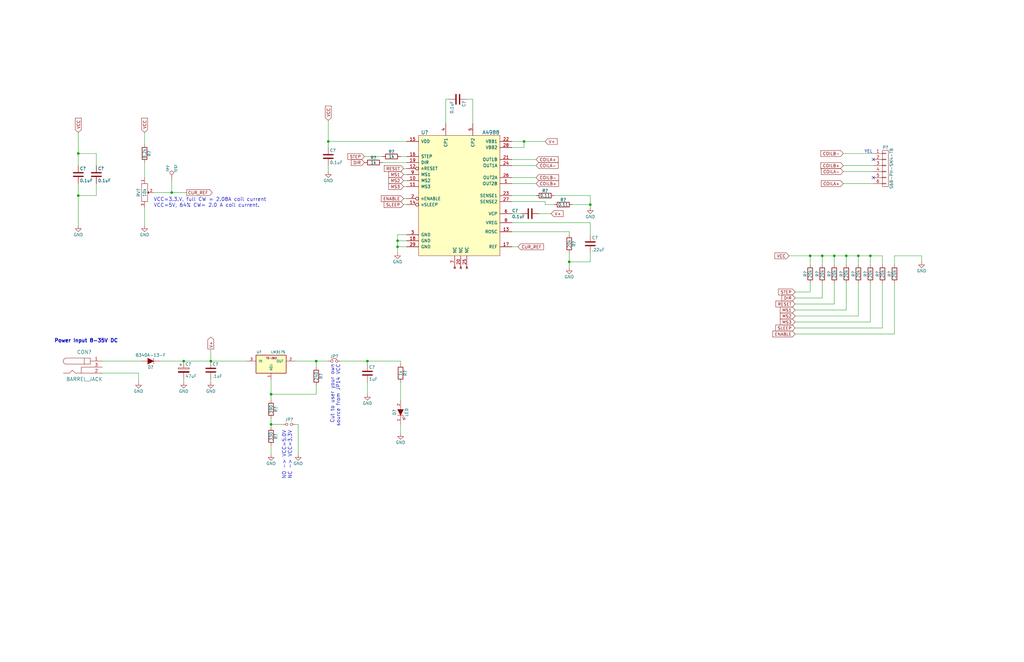
<source format=kicad_sch>
(kicad_sch (version 20230121) (generator eeschema)
  (paper "USLedger")
  (title_block (date "2015-08-26"))
  (lib_symbols
    (symbol "NEMA23Stepper-rescue:A4988" (pin_names (offset 1.016))
      (property "Reference" "U" (at 2.54 1.27 0))
      (property "Value" "A4988" (at 30.48 1.27 0))
      (symbol "A4988_0_1"
        (rectangle (start 0 0) (end 34.29 -50.8) (fill (type background)))
      )
      (symbol "A4988_1_1"
        (pin output line (at 39.37 -20.32 180) (length 5.08) (name "OUT2B") (number "1"))
        (pin input line (at -5.08 -19.05 0) (length 5.08) (name "MS2") (number "10"))
        (pin input line (at -5.08 -21.59 0) (length 5.08) (name "MS3") (number "11"))
        (pin input inverted (at -5.08 -13.97 0) (length 5.08) (name "nRESET") (number "12"))
        (pin input line (at 39.37 -40.64 180) (length 5.08) (name "ROSC") (number "13"))
        (pin input inverted (at -5.08 -29.21 0) (length 5.08) (name "nSLEEP") (number "14"))
        (pin power_in line (at -5.08 -2.54 0) (length 5.08) (name "VDD") (number "15"))
        (pin input line (at -5.08 -8.89 0) (length 5.08) (name "STEP") (number "16"))
        (pin input line (at 39.37 -46.99 180) (length 5.08) (name "REF") (number "17"))
        (pin power_in line (at -5.08 -44.45 0) (length 5.08) (name "GND") (number "18"))
        (pin input line (at -5.08 -11.43 0) (length 5.08) (name "DIR") (number "19"))
        (pin input inverted (at -5.08 -26.67 0) (length 5.08) (name "nENABLE") (number "2"))
        (pin no_connect line (at 17.78 -55.88 90) (length 5.08) (name "NC") (number "20"))
        (pin output line (at 39.37 -10.16 180) (length 5.08) (name "OUT1B") (number "21"))
        (pin power_in line (at 39.37 -2.54 180) (length 5.08) (name "VBB1") (number "22"))
        (pin unspecified line (at 39.37 -25.4 180) (length 5.08) (name "SENSE1") (number "23"))
        (pin output line (at 39.37 -12.7 180) (length 5.08) (name "OUT1A") (number "24"))
        (pin no_connect line (at 20.32 -55.88 90) (length 5.08) (name "NC") (number "25"))
        (pin output line (at 39.37 -17.78 180) (length 5.08) (name "OUT2A") (number "26"))
        (pin unspecified line (at 39.37 -27.94 180) (length 5.08) (name "SENSE2") (number "27"))
        (pin power_in line (at 39.37 -5.08 180) (length 5.08) (name "VBB2") (number "28"))
        (pin power_in line (at -5.08 -46.99 0) (length 5.08) (name "GND") (number "29"))
        (pin power_in line (at -5.08 -41.91 0) (length 5.08) (name "GND") (number "3"))
        (pin input line (at 11.43 5.08 270) (length 5.08) (name "CP1") (number "4"))
        (pin input line (at 22.86 5.08 270) (length 5.08) (name "CP2") (number "5"))
        (pin unspecified line (at 39.37 -33.02 180) (length 5.08) (name "VCP") (number "6"))
        (pin no_connect line (at 15.24 -55.88 90) (length 5.08) (name "NC") (number "7"))
        (pin unspecified line (at 39.37 -36.83 180) (length 5.08) (name "VREG") (number "8"))
        (pin input line (at -5.08 -16.51 0) (length 5.08) (name "MS1") (number "9"))
      )
    )
    (symbol "NEMA23Stepper-rescue:BARREL_JACK" (pin_names (offset 1.016))
      (property "Reference" "CON" (at 0 6.35 0))
      (property "Value" "BARREL_JACK" (at 0 -5.08 0))
      (symbol "BARREL_JACK_0_1"
        (arc (start -8.89 2.54) (mid -8.5271 1.6254) (end -7.62 1.27))
        (arc (start -7.62 3.81) (mid -8.5088 3.4366) (end -8.89 2.54))
        (polyline (pts (xy -7.62 1.27) (xy 0 1.27)))
        (polyline (pts (xy 0 3.81) (xy -7.62 3.81)))
        (polyline (pts (xy 2.54 0) (xy -1.27 0) (xy -1.27 -2.54)))
        (polyline (pts (xy 2.54 -2.54) (xy -3.81 -2.54) (xy -5.08 -1.27) (xy -6.35 -2.54) (xy -8.89 -2.54)))
        (rectangle (start 2.54 3.81) (end 0 1.27))
      )
      (symbol "BARREL_JACK_1_1"
        (pin passive line (at 7.62 2.54 180) (length 5.08) (name "~") (number "1"))
        (pin passive line (at 7.62 -2.54 180) (length 5.08) (name "~") (number "2"))
        (pin passive line (at 7.62 0 180) (length 5.08) (name "~") (number "3"))
      )
    )
    (symbol "NEMA23Stepper-rescue:C" (pin_numbers hide) (pin_names (offset 0.254))
      (property "Reference" "C" (at 0.635 2.54 0))
      (property "Value" "C" (at 0.635 -2.54 0))
      (symbol "C_0_1"
        (polyline (pts (xy -2.032 -0.762) (xy 2.032 -0.762)) (stroke (width 0.508)))
        (polyline (pts (xy -2.032 0.762) (xy 2.032 0.762)) (stroke (width 0.508)))
      )
      (symbol "C_1_1"
        (pin passive line (at 0 3.81 270) (length 2.794) (name "~") (number "1"))
        (pin passive line (at 0 -3.81 90) (length 2.794) (name "~") (number "2"))
      )
    )
    (symbol "NEMA23Stepper-rescue:CONN_01X06" (pin_names (offset 1.016) hide)
      (property "Reference" "P" (at 0 8.89 0))
      (property "Value" "CONN_01X06" (at 2.54 0 90))
      (symbol "CONN_01X06_0_1"
        (rectangle (start -1.27 -6.223) (end 0.254 -6.477))
        (rectangle (start -1.27 -3.683) (end 0.254 -3.937))
        (rectangle (start -1.27 -1.143) (end 0.254 -1.397))
        (rectangle (start -1.27 1.397) (end 0.254 1.143))
        (rectangle (start -1.27 3.937) (end 0.254 3.683))
        (rectangle (start -1.27 6.477) (end 0.254 6.223))
        (rectangle (start -1.27 7.62) (end 1.27 -7.62))
      )
      (symbol "CONN_01X06_1_1"
        (pin passive line (at -5.08 6.35 0) (length 3.81) (name "P1") (number "1"))
        (pin passive line (at -5.08 3.81 0) (length 3.81) (name "P2") (number "2"))
        (pin passive line (at -5.08 1.27 0) (length 3.81) (name "P3") (number "3"))
        (pin passive line (at -5.08 -1.27 0) (length 3.81) (name "P4") (number "4"))
        (pin passive line (at -5.08 -3.81 0) (length 3.81) (name "P5") (number "5"))
        (pin passive line (at -5.08 -6.35 0) (length 3.81) (name "P6") (number "6"))
      )
    )
    (symbol "NEMA23Stepper-rescue:CP" (pin_numbers hide) (pin_names (offset 0.254))
      (property "Reference" "C" (at 0.635 2.54 0))
      (property "Value" "CP" (at 0.635 -2.54 0))
      (symbol "CP_0_1"
        (rectangle (start -2.286 0.508) (end -2.286 1.016))
        (rectangle (start -2.286 0.508) (end 2.286 0.508))
        (polyline (pts (xy -1.778 2.286) (xy -0.762 2.286)))
        (polyline (pts (xy -1.27 2.794) (xy -1.27 1.778)))
        (rectangle (start 2.286 -0.508) (end -2.286 -1.016) (fill (type outline)))
        (rectangle (start 2.286 1.016) (end -2.286 1.016))
        (rectangle (start 2.286 1.016) (end 2.286 0.508))
      )
      (symbol "CP_1_1"
        (pin passive line (at 0 3.81 270) (length 2.794) (name "~") (number "1"))
        (pin passive line (at 0 -3.81 90) (length 2.794) (name "~") (number "2"))
      )
    )
    (symbol "NEMA23Stepper-rescue:D" (pin_numbers hide) (pin_names (offset 1.016) hide)
      (property "Reference" "D" (at 0 2.54 0))
      (property "Value" "D" (at 0 -2.54 0))
      (symbol "D_0_1"
        (polyline (pts (xy -1.27 1.27) (xy -1.27 -1.27)) (stroke (width 0.1524)))
        (polyline (pts (xy 1.27 1.27) (xy -1.27 0) (xy 1.27 -1.27)) (fill (type outline)))
      )
      (symbol "D_1_1"
        (pin passive line (at -3.81 0 0) (length 2.54) (name "K") (number "1"))
        (pin passive line (at 3.81 0 180) (length 2.54) (name "A") (number "2"))
      )
    )
    (symbol "NEMA23Stepper-rescue:GND" (power) (pin_names (offset 0))
      (property "Value" "GND" (at 0 -3.81 0))
      (symbol "GND_0_1"
        (polyline (pts (xy 0 0) (xy 0 -1.27) (xy 1.27 -1.27) (xy 0 -2.54) (xy -1.27 -1.27) (xy 0 -1.27)))
      )
      (symbol "GND_1_1"
        (pin power_in line (at 0 0 270) (length 0) hide (name "GND") (number "1"))
      )
    )
    (symbol "NEMA23Stepper-rescue:Jumper_NC_Small" (pin_numbers hide) (pin_names (offset 0.762) hide)
      (property "Reference" "JP" (at 0 2.032 0))
      (symbol "Jumper_NC_Small_0_1"
        (circle (center -1.016 0) (radius 0.508))
        (circle (center 1.016 0) (radius 0.508))
        (arc (start 1.016 0.762) (mid 0 1.1828) (end -1.016 0.762))
        (pin passive line (at -2.54 0 0) (length 1.016) (name "1") (number "1"))
        (pin passive line (at 2.54 0 180) (length 1.016) (name "2") (number "2"))
      )
    )
    (symbol "NEMA23Stepper-rescue:Jumper_NO_Small" (pin_numbers hide) (pin_names (offset 0.762) hide)
      (property "Reference" "JP" (at 0 2.032 0))
      (symbol "Jumper_NO_Small_0_1"
        (circle (center -1.016 0) (radius 0.508))
        (circle (center 1.016 0) (radius 0.508))
        (pin passive line (at -2.54 0 0) (length 1.016) (name "1") (number "1"))
        (pin passive line (at 2.54 0 180) (length 1.016) (name "2") (number "2"))
      )
    )
    (symbol "NEMA23Stepper-rescue:LED" (pin_names (offset 1.016) hide)
      (property "Reference" "D" (at 0 2.54 0))
      (property "Value" "LED" (at 0 -2.54 0))
      (symbol "LED_0_1"
        (polyline (pts (xy -1.27 1.27) (xy -1.27 -1.27)))
        (polyline (pts (xy -2.032 -0.635) (xy -3.175 -1.651) (xy -3.048 -1.016)))
        (polyline (pts (xy -1.651 -1.016) (xy -2.794 -2.032) (xy -2.667 -1.397)))
        (polyline (pts (xy 1.27 1.27) (xy -1.27 0) (xy 1.27 -1.27)) (fill (type outline)))
      )
      (symbol "LED_1_1"
        (pin passive line (at -5.08 0 0) (length 3.81) (name "K") (number "1"))
        (pin passive line (at 5.08 0 180) (length 3.81) (name "A") (number "2"))
      )
    )
    (symbol "NEMA23Stepper-rescue:LM317S" (pin_names (offset 1.016))
      (property "Reference" "U" (at -5.08 5.08 0))
      (property "Value" "LM317S" (at 0 5.08 0))
      (property "Footprint" "TO-263" (at 0 2.54 0))
      (symbol "LM317S_0_1"
        (rectangle (start -6.35 3.81) (end 6.35 -3.81) (stroke (width 0.254)) (fill (type background)))
      )
      (symbol "LM317S_1_1"
        (pin input line (at 0 -6.35 90) (length 2.54) (name "ADJ") (number "1"))
        (pin power_out line (at 10.16 1.27 180) (length 3.81) (name "OUT") (number "2"))
        (pin input line (at -10.16 1.27 0) (length 3.81) (name "IN") (number "3"))
      )
    )
    (symbol "NEMA23Stepper-rescue:POT" (pin_names (offset 1.016) hide)
      (property "Reference" "RV" (at 0 -2.54 0))
      (property "Value" "POT" (at 0 0 0))
      (symbol "POT_0_1"
        (rectangle (start -3.81 1.27) (end 3.81 -1.27))
        (polyline (pts (xy 0 1.27) (xy -0.508 1.778) (xy 0.508 1.778)) (fill (type outline)))
      )
      (symbol "POT_1_1"
        (pin passive line (at -6.35 0 0) (length 2.54) (name "1") (number "1"))
        (pin passive line (at 0 3.81 270) (length 2.032) (name "2") (number "2"))
        (pin passive line (at 6.35 0 180) (length 2.54) (name "3") (number "3"))
      )
    )
    (symbol "NEMA23Stepper-rescue:R" (pin_numbers hide) (pin_names (offset 0))
      (property "Reference" "R" (at 2.032 0 90))
      (property "Value" "R" (at 0 0 90))
      (symbol "R_0_1"
        (rectangle (start -1.016 -2.54) (end 1.016 2.54) (stroke (width 0.254)))
      )
      (symbol "R_1_1"
        (pin passive line (at 0 3.81 270) (length 1.27) (name "~") (number "1"))
        (pin passive line (at 0 -3.81 90) (length 1.27) (name "~") (number "2"))
      )
    )
    (symbol "NEMA23Stepper-rescue:TEST" (pin_numbers hide) (pin_names (offset 0.762) hide)
      (property "Reference" "TP" (at 0 1.524 0))
      (property "Value" "TEST" (at 0 -1.778 0))
      (symbol "TEST_0_1"
        (circle (center -1.778 0) (radius 0.762))
        (pin passive line (at -5.08 0 0) (length 2.54) (name "1") (number "1"))
      )
    )
  )
  (junction (at 133.35 152.4))
  (junction (at 77.47 152.4))
  (junction (at 33.02 82.55))
  (junction (at 248.92 86.36))
  (junction (at 341.63 107.95))
  (junction (at 114.3 166.37))
  (junction (at 154.94 152.4))
  (junction (at 351.79 107.95))
  (junction (at 72.39 81.28))
  (junction (at 361.95 107.95))
  (junction (at 138.43 59.69))
  (junction (at 114.3 179.07))
  (junction (at 220.98 59.69))
  (junction (at 88.9 152.4))
  (junction (at 167.64 101.6))
  (junction (at 346.71 107.95))
  (junction (at 367.03 107.95))
  (junction (at 240.03 110.49))
  (junction (at 356.87 107.95))
  (junction (at 167.64 104.14))
  (junction (at 33.02 64.77))
  (no_connect (at 368.3 74.93))
  (no_connect (at 368.3 67.31))
  (wire (pts (xy 248.92 86.36) (xy 248.92 87.63)))
  (wire (pts (xy 215.9 90.17) (xy 219.71 90.17)))
  (wire (pts (xy 215.9 59.69) (xy 220.98 59.69)))
  (wire (pts (xy 138.43 69.85) (xy 138.43 72.39)))
  (wire (pts (xy 240.03 110.49) (xy 248.92 110.49)))
  (wire (pts (xy 355.6 64.77) (xy 368.3 64.77)))
  (wire (pts (xy 43.18 152.4) (xy 59.69 152.4)))
  (wire (pts (xy 170.18 86.36) (xy 171.45 86.36)))
  (wire (pts (xy 332.74 107.95) (xy 341.63 107.95)))
  (wire (pts (xy 67.31 152.4) (xy 77.47 152.4)))
  (wire (pts (xy 77.47 161.29) (xy 77.47 160.02)))
  (wire (pts (xy 377.19 119.38) (xy 377.19 140.97)))
  (wire (pts (xy 341.63 107.95) (xy 341.63 111.76)))
  (wire (pts (xy 33.02 64.77) (xy 33.02 69.85)))
  (wire (pts (xy 377.19 107.95) (xy 377.19 111.76)))
  (wire (pts (xy 167.64 99.06) (xy 167.64 101.6)))
  (wire (pts (xy 170.18 78.74) (xy 171.45 78.74)))
  (wire (pts (xy 88.9 152.4) (xy 104.14 152.4)))
  (wire (pts (xy 72.39 76.2) (xy 72.39 81.28)))
  (wire (pts (xy 88.9 160.02) (xy 88.9 161.29)))
  (wire (pts (xy 367.03 107.95) (xy 372.11 107.95)))
  (wire (pts (xy 187.96 52.07) (xy 187.96 41.91)))
  (wire (pts (xy 124.46 179.07) (xy 125.73 179.07)))
  (wire (pts (xy 171.45 99.06) (xy 167.64 99.06)))
  (wire (pts (xy 220.98 59.69) (xy 220.98 62.23)))
  (wire (pts (xy 196.85 41.91) (xy 199.39 41.91)))
  (wire (pts (xy 167.64 104.14) (xy 167.64 106.68)))
  (wire (pts (xy 341.63 107.95) (xy 346.71 107.95)))
  (wire (pts (xy 114.3 166.37) (xy 133.35 166.37)))
  (wire (pts (xy 356.87 107.95) (xy 361.95 107.95)))
  (wire (pts (xy 367.03 119.38) (xy 367.03 135.89)))
  (wire (pts (xy 372.11 107.95) (xy 372.11 111.76)))
  (wire (pts (xy 187.96 41.91) (xy 189.23 41.91)))
  (wire (pts (xy 168.91 66.04) (xy 171.45 66.04)))
  (wire (pts (xy 355.6 77.47) (xy 368.3 77.47)))
  (wire (pts (xy 361.95 107.95) (xy 361.95 111.76)))
  (wire (pts (xy 199.39 41.91) (xy 199.39 52.07)))
  (wire (pts (xy 119.38 179.07) (xy 114.3 179.07)))
  (wire (pts (xy 215.9 93.98) (xy 248.92 93.98)))
  (wire (pts (xy 161.29 68.58) (xy 171.45 68.58)))
  (wire (pts (xy 229.87 86.36) (xy 233.68 86.36)))
  (wire (pts (xy 138.43 50.8) (xy 138.43 59.69)))
  (wire (pts (xy 361.95 119.38) (xy 361.95 133.35)))
  (wire (pts (xy 153.67 66.04) (xy 161.29 66.04)))
  (wire (pts (xy 215.9 104.14) (xy 218.44 104.14)))
  (wire (pts (xy 114.3 176.53) (xy 114.3 179.07)))
  (wire (pts (xy 133.35 152.4) (xy 138.43 152.4)))
  (wire (pts (xy 361.95 107.95) (xy 367.03 107.95)))
  (wire (pts (xy 88.9 147.32) (xy 88.9 152.4)))
  (wire (pts (xy 64.77 81.28) (xy 72.39 81.28)))
  (wire (pts (xy 143.51 152.4) (xy 154.94 152.4)))
  (wire (pts (xy 355.6 72.39) (xy 368.3 72.39)))
  (wire (pts (xy 33.02 82.55) (xy 33.02 95.25)))
  (wire (pts (xy 215.9 74.93) (xy 226.06 74.93)))
  (wire (pts (xy 60.96 68.58) (xy 60.96 74.93)))
  (wire (pts (xy 351.79 128.27) (xy 351.79 119.38)))
  (wire (pts (xy 114.3 166.37) (xy 114.3 168.91)))
  (wire (pts (xy 372.11 119.38) (xy 372.11 138.43)))
  (wire (pts (xy 154.94 152.4) (xy 168.91 152.4)))
  (wire (pts (xy 232.41 90.17) (xy 227.33 90.17)))
  (wire (pts (xy 229.87 85.09) (xy 229.87 86.36)))
  (wire (pts (xy 40.64 82.55) (xy 40.64 77.47)))
  (wire (pts (xy 215.9 97.79) (xy 240.03 97.79)))
  (wire (pts (xy 170.18 73.66) (xy 171.45 73.66)))
  (wire (pts (xy 114.3 179.07) (xy 114.3 180.34)))
  (wire (pts (xy 240.03 97.79) (xy 240.03 99.06)))
  (wire (pts (xy 240.03 106.68) (xy 240.03 110.49)))
  (wire (pts (xy 341.63 123.19) (xy 341.63 119.38)))
  (wire (pts (xy 241.3 86.36) (xy 248.92 86.36)))
  (wire (pts (xy 33.02 77.47) (xy 33.02 82.55)))
  (wire (pts (xy 138.43 59.69) (xy 171.45 59.69)))
  (wire (pts (xy 346.71 107.95) (xy 351.79 107.95)))
  (wire (pts (xy 377.19 107.95) (xy 388.62 107.95)))
  (wire (pts (xy 351.79 107.95) (xy 356.87 107.95)))
  (wire (pts (xy 367.03 135.89) (xy 335.28 135.89)))
  (wire (pts (xy 171.45 101.6) (xy 167.64 101.6)))
  (wire (pts (xy 335.28 125.73) (xy 346.71 125.73)))
  (wire (pts (xy 168.91 152.4) (xy 168.91 153.67)))
  (wire (pts (xy 170.18 76.2) (xy 171.45 76.2)))
  (wire (pts (xy 133.35 166.37) (xy 133.35 162.56)))
  (wire (pts (xy 133.35 154.94) (xy 133.35 152.4)))
  (wire (pts (xy 220.98 62.23) (xy 215.9 62.23)))
  (wire (pts (xy 372.11 138.43) (xy 335.28 138.43)))
  (wire (pts (xy 215.9 85.09) (xy 229.87 85.09)))
  (wire (pts (xy 351.79 107.95) (xy 351.79 111.76)))
  (wire (pts (xy 125.73 179.07) (xy 125.73 191.77)))
  (wire (pts (xy 335.28 123.19) (xy 341.63 123.19)))
  (wire (pts (xy 361.95 133.35) (xy 335.28 133.35)))
  (wire (pts (xy 154.94 161.29) (xy 154.94 166.37)))
  (wire (pts (xy 60.96 55.88) (xy 60.96 60.96)))
  (wire (pts (xy 168.91 161.29) (xy 168.91 168.91)))
  (wire (pts (xy 248.92 93.98) (xy 248.92 99.06)))
  (wire (pts (xy 215.9 67.31) (xy 226.06 67.31)))
  (wire (pts (xy 220.98 59.69) (xy 229.87 59.69)))
  (wire (pts (xy 355.6 69.85) (xy 368.3 69.85)))
  (wire (pts (xy 72.39 81.28) (xy 78.74 81.28)))
  (wire (pts (xy 170.18 83.82) (xy 171.45 83.82)))
  (wire (pts (xy 233.68 82.55) (xy 248.92 82.55)))
  (wire (pts (xy 226.06 77.47) (xy 215.9 77.47)))
  (wire (pts (xy 167.64 101.6) (xy 167.64 104.14)))
  (wire (pts (xy 138.43 59.69) (xy 138.43 62.23)))
  (wire (pts (xy 60.96 87.63) (xy 60.96 95.25)))
  (wire (pts (xy 226.06 69.85) (xy 215.9 69.85)))
  (wire (pts (xy 335.28 128.27) (xy 351.79 128.27)))
  (wire (pts (xy 40.64 69.85) (xy 40.64 64.77)))
  (wire (pts (xy 40.64 64.77) (xy 33.02 64.77)))
  (wire (pts (xy 168.91 179.07) (xy 168.91 182.88)))
  (wire (pts (xy 43.18 157.48) (xy 58.42 157.48)))
  (wire (pts (xy 58.42 157.48) (xy 58.42 161.29)))
  (wire (pts (xy 356.87 107.95) (xy 356.87 111.76)))
  (wire (pts (xy 124.46 152.4) (xy 133.35 152.4)))
  (wire (pts (xy 154.94 153.67) (xy 154.94 152.4)))
  (wire (pts (xy 114.3 160.02) (xy 114.3 166.37)))
  (wire (pts (xy 248.92 110.49) (xy 248.92 106.68)))
  (wire (pts (xy 377.19 140.97) (xy 335.28 140.97)))
  (wire (pts (xy 77.47 152.4) (xy 88.9 152.4)))
  (wire (pts (xy 33.02 55.88) (xy 33.02 64.77)))
  (wire (pts (xy 367.03 107.95) (xy 367.03 111.76)))
  (wire (pts (xy 240.03 110.49) (xy 240.03 113.03)))
  (wire (pts (xy 167.64 104.14) (xy 171.45 104.14)))
  (wire (pts (xy 170.18 71.12) (xy 171.45 71.12)))
  (wire (pts (xy 346.71 125.73) (xy 346.71 119.38)))
  (wire (pts (xy 215.9 82.55) (xy 226.06 82.55)))
  (wire (pts (xy 356.87 130.81) (xy 335.28 130.81)))
  (wire (pts (xy 114.3 187.96) (xy 114.3 191.77)))
  (wire (pts (xy 346.71 107.95) (xy 346.71 111.76)))
  (wire (pts (xy 356.87 119.38) (xy 356.87 130.81)))
  (wire (pts (xy 248.92 82.55) (xy 248.92 86.36)))
  (wire (pts (xy 388.62 107.95) (xy 388.62 110.49)))
  (wire (pts (xy 33.02 82.55) (xy 40.64 82.55)))
  (text "Cut to user your own\nsource from JP14 VCC\n" (at 143.51 153.67 90) (effects (font (size 1.524 1.524)) (justify right bottom)))
  (text "YEL" (at 364.49 64.77 0) (effects (font (size 1.27 1.27)) (justify left bottom)))
  (text "NO -> VCC=5.0V\nNC -> VCC=3.3V" (at 123.19 181.61 90) (effects (font (size 1.524 1.524)) (justify right bottom)))
  (text "VCC=3.3.V, full CW = 2.08A coil current\nVCC=5V, 64% CW= 2.0 A coil current." (at 64.77 87.63 0) (effects (font (size 1.524 1.524)) (justify left bottom)))
  (text "Power Input 8-35V DC" (at 22.86 144.78 0) (effects (font (size 1.524 1.524) (thickness 0.3048) bold) (justify left bottom)))
  (global_label "ENABLE" (shape input) (at 335.28 140.97 180) (property "Intersheetrefs" "${INTERSHEET_REFS}" (effects hide)))
  (global_label "V+" (shape output) (at 88.9 147.32 90) (property "Intersheetrefs" "${INTERSHEET_REFS}" (effects hide)))
  (global_label "COILA+" (shape input) (at 226.06 67.31 0) (property "Intersheetrefs" "${INTERSHEET_REFS}" (effects hide)))
  (global_label "COILB-" (shape input) (at 226.06 74.93 0) (property "Intersheetrefs" "${INTERSHEET_REFS}" (effects hide)))
  (global_label "VCC" (shape input) (at 33.02 55.88 90) (property "Intersheetrefs" "${INTERSHEET_REFS}" (effects hide)))
  (global_label "V+" (shape input) (at 232.41 90.17 0) (property "Intersheetrefs" "${INTERSHEET_REFS}" (effects hide)))
  (global_label "VCC" (shape input) (at 60.96 55.88 90) (property "Intersheetrefs" "${INTERSHEET_REFS}" (effects hide)))
  (global_label "MS3" (shape input) (at 335.28 135.89 180) (property "Intersheetrefs" "${INTERSHEET_REFS}" (effects hide)))
  (global_label "VCC" (shape input) (at 332.74 107.95 180) (property "Intersheetrefs" "${INTERSHEET_REFS}" (effects hide)))
  (global_label "COILB+" (shape input) (at 355.6 69.85 180) (property "Intersheetrefs" "${INTERSHEET_REFS}" (effects hide)))
  (global_label "RESET" (shape input) (at 170.18 71.12 180) (property "Intersheetrefs" "${INTERSHEET_REFS}" (effects hide)))
  (global_label "COILA-" (shape input) (at 226.06 69.85 0) (property "Intersheetrefs" "${INTERSHEET_REFS}" (effects hide)))
  (global_label "CUR_REF" (shape output) (at 78.74 81.28 0) (property "Intersheetrefs" "${INTERSHEET_REFS}" (effects hide)))
  (global_label "COILA+" (shape input) (at 355.6 77.47 180) (property "Intersheetrefs" "${INTERSHEET_REFS}" (effects hide)))
  (global_label "DIR" (shape input) (at 335.28 125.73 180) (property "Intersheetrefs" "${INTERSHEET_REFS}" (effects hide)))
  (global_label "STEP" (shape input) (at 335.28 123.19 180) (property "Intersheetrefs" "${INTERSHEET_REFS}" (effects hide)))
  (global_label "MS2" (shape input) (at 335.28 133.35 180) (property "Intersheetrefs" "${INTERSHEET_REFS}" (effects hide)))
  (global_label "STEP" (shape input) (at 153.67 66.04 180) (property "Intersheetrefs" "${INTERSHEET_REFS}" (effects hide)))
  (global_label "RESET" (shape input) (at 335.28 128.27 180) (property "Intersheetrefs" "${INTERSHEET_REFS}" (effects hide)))
  (global_label "SLEEP" (shape input) (at 335.28 138.43 180) (property "Intersheetrefs" "${INTERSHEET_REFS}" (effects hide)))
  (global_label "MS1" (shape input) (at 170.18 73.66 180) (property "Intersheetrefs" "${INTERSHEET_REFS}" (effects hide)))
  (global_label "ENABLE" (shape input) (at 170.18 83.82 180) (property "Intersheetrefs" "${INTERSHEET_REFS}" (effects hide)))
  (global_label "VCC" (shape input) (at 138.43 50.8 90) (property "Intersheetrefs" "${INTERSHEET_REFS}" (effects hide)))
  (global_label "COILB-" (shape input) (at 355.6 64.77 180) (property "Intersheetrefs" "${INTERSHEET_REFS}" (effects hide)))
  (global_label "COILA-" (shape input) (at 355.6 72.39 180) (property "Intersheetrefs" "${INTERSHEET_REFS}" (effects hide)))
  (global_label "SLEEP" (shape input) (at 170.18 86.36 180) (property "Intersheetrefs" "${INTERSHEET_REFS}" (effects hide)))
  (global_label "MS2" (shape input) (at 170.18 76.2 180) (property "Intersheetrefs" "${INTERSHEET_REFS}" (effects hide)))
  (global_label "MS1" (shape input) (at 335.28 130.81 180) (property "Intersheetrefs" "${INTERSHEET_REFS}" (effects hide)))
  (global_label "COILB+" (shape input) (at 226.06 77.47 0) (property "Intersheetrefs" "${INTERSHEET_REFS}" (effects hide)))
  (global_label "MS3" (shape input) (at 170.18 78.74 180) (property "Intersheetrefs" "${INTERSHEET_REFS}" (effects hide)))
  (global_label "DIR" (shape input) (at 153.67 68.58 180) (property "Intersheetrefs" "${INTERSHEET_REFS}" (effects hide)))
  (global_label "V+" (shape input) (at 229.87 59.69 0) (property "Intersheetrefs" "${INTERSHEET_REFS}" (effects hide)))
  (global_label "CUR_REF" (shape input) (at 218.44 104.14 0) (property "Intersheetrefs" "${INTERSHEET_REFS}" (effects hide)))
  (symbol (lib_id "NEMA23Stepper-rescue:GND") (at 167.64 106.68 0) (unit 1)
    (property "Reference" "#PWR?" (effects hide))
    (property "Value" "GND" (at 167.64 110.49 0))
  )
  (symbol (lib_id "NEMA23Stepper-rescue:A4988") (at 176.53 57.15 0) (unit 1)
    (property "Reference" "U?" (at 179.07 55.88 0) (effects (font (size 1.524 1.524))))
    (property "Value" "A4988" (at 207.01 55.88 0) (effects (font (size 1.524 1.524))))
  )
  (symbol (lib_id "NEMA23Stepper-rescue:BARREL_JACK") (at 35.56 154.94 0) (unit 1)
    (property "Reference" "CON?" (at 35.56 148.59 0) (effects (font (size 1.524 1.524))))
    (property "Value" "BARREL_JACK" (at 35.56 160.02 0) (effects (font (size 1.524 1.524))))
  )
  (symbol (lib_id "NEMA23Stepper-rescue:D") (at 63.5 152.4 180) (unit 1)
    (property "Reference" "D?" (at 63.5 154.94 0))
    (property "Value" "B340A-13-F" (at 63.5 149.86 0))
    (property "MFP" "B340A-13-F" (effects hide))
  )
  (symbol (lib_id "NEMA23Stepper-rescue:GND") (at 58.42 161.29 0) (unit 1)
    (property "Reference" "#PWR?" (effects hide))
    (property "Value" "GND" (at 58.42 165.1 0))
  )
  (symbol (lib_id "NEMA23Stepper-rescue:CONN_01X06") (at 373.38 71.12 0) (unit 1)
    (property "Reference" "P?" (at 373.38 62.23 0))
    (property "Value" "S6B-PH-SM4-TB" (at 375.92 71.12 90))
    (property "Footprint" "S6B-PH-SM4-TB" (effects hide))
    (property "Datasheet" "http://www.jst-mfg.com/product/pdf/eng/ePH.pdf" (effects hide))
    (property "MFN" "JST" (effects hide))
    (property "MFP" "S6B-PH-SM4-TB" (effects hide))
    (property "S1PN" "455-1753-6-ND" (effects hide))
    (property "S1PL" "http://www.digikey.com/product-search/en?KeyWords=455-1753-6-ND&WT.z_header=search_go" (effects hide))
    (property "S2PN" "38K8081" (effects hide))
    (property "S2PL" "http://www.newark.com/jst-japan-solderless-terminals/s6b-ph-sm4-tb-lf-sn/connector-header-6pos-1row-2mm/dp/38K8081" (effects hide))
    (property "Notes" "SMD, SIDE ENTRY" (effects hide))
  )
  (symbol (lib_id "NEMA23Stepper-rescue:CP") (at 77.47 156.21 0) (unit 1)
    (property "Reference" "C?" (at 78.105 153.67 0) (effects (justify left)))
    (property "Value" "47uF" (at 78.105 158.75 0) (effects (justify left)))
    (property "Rating(s)" "50V" (effects hide))
  )
  (symbol (lib_id "NEMA23Stepper-rescue:GND") (at 77.47 161.29 0) (unit 1)
    (property "Reference" "#PWR?" (effects hide))
    (property "Value" "GND" (at 77.47 165.1 0))
  )
  (symbol (lib_id "NEMA23Stepper-rescue:C") (at 88.9 156.21 0) (unit 1)
    (property "Reference" "C?" (at 89.535 153.67 0) (effects (justify left)))
    (property "Value" ".1uF" (at 89.535 158.75 0) (effects (justify left)))
    (property "Rating(s)" "50V" (effects hide))
  )
  (symbol (lib_id "NEMA23Stepper-rescue:LM317S") (at 114.3 153.67 0) (unit 1)
    (property "Reference" "U?" (at 109.22 148.59 0) (effects (font (size 1.016 1.016))))
    (property "Value" "LM317S" (at 114.3 148.59 0) (effects (font (size 1.016 1.016)) (justify left)))
    (property "Footprint" "TO-263" (at 114.3 151.13 0) (effects (font (size 0.762 0.762) italic)))
  )
  (symbol (lib_id "NEMA23Stepper-rescue:GND") (at 88.9 161.29 0) (unit 1)
    (property "Reference" "#PWR?" (effects hide))
    (property "Value" "GND" (at 88.9 165.1 0))
  )
  (symbol (lib_id "NEMA23Stepper-rescue:R") (at 133.35 158.75 0) (unit 1)
    (property "Reference" "R?" (at 135.382 158.75 90))
    (property "Value" "240" (at 133.35 158.75 90))
  )
  (symbol (lib_id "NEMA23Stepper-rescue:R") (at 114.3 172.72 0) (unit 1)
    (property "Reference" "R?" (at 116.332 172.72 90))
    (property "Value" "390" (at 114.3 172.72 90))
  )
  (symbol (lib_id "NEMA23Stepper-rescue:R") (at 114.3 184.15 0) (unit 1)
    (property "Reference" "R?" (at 116.332 184.15 90))
    (property "Value" "330" (at 114.3 184.15 90))
  )
  (symbol (lib_id "NEMA23Stepper-rescue:GND") (at 114.3 191.77 0) (unit 1)
    (property "Reference" "#PWR?" (effects hide))
    (property "Value" "GND" (at 114.3 195.58 0))
  )
  (symbol (lib_id "NEMA23Stepper-rescue:GND") (at 125.73 191.77 0) (unit 1)
    (property "Reference" "#PWR?" (effects hide))
    (property "Value" "GND" (at 125.73 195.58 0))
  )
  (symbol (lib_id "NEMA23Stepper-rescue:Jumper_NO_Small") (at 121.92 179.07 0) (unit 1)
    (property "Reference" "JP?" (at 121.92 177.038 0))
    (property "Value" "Jumper_NO_Small" (effects hide))
  )
  (symbol (lib_id "NEMA23Stepper-rescue:Jumper_NC_Small") (at 140.97 152.4 0) (unit 1)
    (property "Reference" "JP?" (at 140.97 150.368 0))
    (property "Value" "Jumper_NC_Small" (effects hide))
  )
  (symbol (lib_id "NEMA23Stepper-rescue:C") (at 154.94 157.48 0) (unit 1)
    (property "Reference" "C?" (at 155.575 154.94 0) (effects (justify left)))
    (property "Value" "1uF" (at 155.575 160.02 0) (effects (justify left)))
  )
  (symbol (lib_id "NEMA23Stepper-rescue:R") (at 168.91 157.48 0) (unit 1)
    (property "Reference" "R?" (at 170.942 157.48 90))
    (property "Value" "1k" (at 168.91 157.48 90))
  )
  (symbol (lib_id "NEMA23Stepper-rescue:LED") (at 168.91 173.99 90) (unit 1)
    (property "Reference" "D?" (at 166.37 173.99 0))
    (property "Value" "LED" (at 171.45 173.99 0))
  )
  (symbol (lib_id "NEMA23Stepper-rescue:GND") (at 154.94 166.37 0) (unit 1)
    (property "Reference" "#PWR?" (effects hide))
    (property "Value" "GND" (at 154.94 170.18 0))
  )
  (symbol (lib_id "NEMA23Stepper-rescue:GND") (at 168.91 182.88 0) (unit 1)
    (property "Reference" "#PWR?" (effects hide))
    (property "Value" "GND" (at 168.91 186.69 0))
  )
  (symbol (lib_id "NEMA23Stepper-rescue:C") (at 193.04 41.91 270) (unit 1)
    (property "Reference" "C?" (at 195.58 42.545 0) (effects (justify left)))
    (property "Value" "0.1uF" (at 190.5 42.545 0) (effects (justify left)))
  )
  (symbol (lib_id "NEMA23Stepper-rescue:C") (at 223.52 90.17 270) (unit 1)
    (property "Reference" "C?" (at 215.9 88.9 90) (effects (justify left)))
    (property "Value" "0.1uF" (at 215.9 91.44 90) (effects (justify left)))
  )
  (symbol (lib_id "NEMA23Stepper-rescue:C") (at 138.43 66.04 0) (unit 1)
    (property "Reference" "C?" (at 139.065 63.5 0) (effects (justify left)))
    (property "Value" "0.1uF" (at 139.065 68.58 0) (effects (justify left)))
  )
  (symbol (lib_id "NEMA23Stepper-rescue:GND") (at 138.43 72.39 0) (unit 1)
    (property "Reference" "#PWR?" (effects hide))
    (property "Value" "GND" (at 138.43 76.2 0))
  )
  (symbol (lib_id "NEMA23Stepper-rescue:R") (at 60.96 64.77 0) (unit 1)
    (property "Reference" "R?" (at 62.992 64.77 90))
    (property "Value" "8.2k" (at 60.96 64.77 90))
  )
  (symbol (lib_id "NEMA23Stepper-rescue:POT") (at 60.96 81.28 270) (unit 1)
    (property "Reference" "RV?" (at 58.42 81.28 0))
    (property "Value" "10k" (at 60.96 81.28 0))
  )
  (symbol (lib_id "NEMA23Stepper-rescue:GND") (at 60.96 95.25 0) (unit 1)
    (property "Reference" "#PWR?" (effects hide))
    (property "Value" "GND" (at 60.96 99.06 0))
  )
  (symbol (lib_id "NEMA23Stepper-rescue:TEST") (at 72.39 71.12 90) (unit 1)
    (property "Reference" "TP?" (at 70.866 71.12 0) (effects (font (size 1.016 1.016))))
    (property "Value" "TEST" (at 74.168 71.12 0) (effects (font (size 1.016 1.016))))
  )
  (symbol (lib_id "NEMA23Stepper-rescue:R") (at 157.48 68.58 90) (unit 1)
    (property "Reference" "R?" (at 157.48 66.548 90))
    (property "Value" "1k" (at 157.48 68.58 90))
  )
  (symbol (lib_id "NEMA23Stepper-rescue:R") (at 165.1 66.04 90) (unit 1)
    (property "Reference" "R?" (at 165.1 64.008 90))
    (property "Value" "1k" (at 165.1 66.04 90))
  )
  (symbol (lib_id "NEMA23Stepper-rescue:GND") (at 33.02 95.25 0) (unit 1)
    (property "Reference" "#PWR?" (effects hide))
    (property "Value" "GND" (at 33.02 99.06 0))
  )
  (symbol (lib_id "NEMA23Stepper-rescue:C") (at 33.02 73.66 0) (unit 1)
    (property "Reference" "C?" (at 33.655 71.12 0) (effects (justify left)))
    (property "Value" "0.1uF" (at 33.655 76.2 0) (effects (justify left)))
  )
  (symbol (lib_id "NEMA23Stepper-rescue:C") (at 40.64 73.66 0) (unit 1)
    (property "Reference" "C?" (at 41.275 71.12 0) (effects (justify left)))
    (property "Value" "0.1uF" (at 41.275 76.2 0) (effects (justify left)))
  )
  (symbol (lib_id "NEMA23Stepper-rescue:GND") (at 240.03 113.03 0) (unit 1)
    (property "Reference" "#PWR?" (effects hide))
    (property "Value" "GND" (at 240.03 116.84 0))
  )
  (symbol (lib_id "NEMA23Stepper-rescue:R") (at 240.03 102.87 0) (unit 1)
    (property "Reference" "R?" (at 242.062 102.87 90))
    (property "Value" "20k" (at 240.03 102.87 90))
  )
  (symbol (lib_id "NEMA23Stepper-rescue:C") (at 248.92 102.87 0) (unit 1)
    (property "Reference" "C?" (at 249.555 100.33 0) (effects (justify left)))
    (property "Value" ".22uF" (at 249.555 105.41 0) (effects (justify left)))
  )
  (symbol (lib_id "NEMA23Stepper-rescue:R") (at 229.87 82.55 90) (unit 1)
    (property "Reference" "R?" (at 229.87 80.518 90))
    (property "Value" "0.11" (at 229.87 82.55 90))
  )
  (symbol (lib_id "NEMA23Stepper-rescue:R") (at 237.49 86.36 90) (unit 1)
    (property "Reference" "R?" (at 237.49 84.328 90))
    (property "Value" "0.11" (at 237.49 86.36 90))
  )
  (symbol (lib_id "NEMA23Stepper-rescue:GND") (at 248.92 87.63 0) (unit 1)
    (property "Reference" "#PWR?" (effects hide))
    (property "Value" "GND" (at 248.92 91.44 0))
  )
  (symbol (lib_id "NEMA23Stepper-rescue:R") (at 351.79 115.57 180) (unit 1)
    (property "Reference" "R?" (at 349.758 115.57 90))
    (property "Value" "20k" (at 351.79 115.57 90))
  )
  (symbol (lib_id "NEMA23Stepper-rescue:R") (at 356.87 115.57 180) (unit 1)
    (property "Reference" "R?" (at 354.838 115.57 90))
    (property "Value" "20k" (at 356.87 115.57 90))
  )
  (symbol (lib_id "NEMA23Stepper-rescue:R") (at 361.95 115.57 180) (unit 1)
    (property "Reference" "R?" (at 359.918 115.57 90))
    (property "Value" "20k" (at 361.95 115.57 90))
  )
  (symbol (lib_id "NEMA23Stepper-rescue:R") (at 367.03 115.57 180) (unit 1)
    (property "Reference" "R?" (at 364.998 115.57 90))
    (property "Value" "20k" (at 367.03 115.57 90))
  )
  (symbol (lib_id "NEMA23Stepper-rescue:R") (at 372.11 115.57 180) (unit 1)
    (property "Reference" "R?" (at 370.078 115.57 90))
    (property "Value" "20k" (at 372.11 115.57 90))
  )
  (symbol (lib_id "NEMA23Stepper-rescue:R") (at 377.19 115.57 180) (unit 1)
    (property "Reference" "R?" (at 375.158 115.57 90))
    (property "Value" "20k" (at 377.19 115.57 90))
  )
  (symbol (lib_id "NEMA23Stepper-rescue:R") (at 346.71 115.57 180) (unit 1)
    (property "Reference" "R?" (at 344.678 115.57 90))
    (property "Value" "20k" (at 346.71 115.57 90))
  )
  (symbol (lib_id "NEMA23Stepper-rescue:R") (at 341.63 115.57 180) (unit 1)
    (property "Reference" "R?" (at 339.598 115.57 90))
    (property "Value" "20k" (at 341.63 115.57 90))
  )
  (symbol (lib_id "NEMA23Stepper-rescue:GND") (at 388.62 110.49 0) (unit 1)
    (property "Reference" "#PWR?" (effects hide))
    (property "Value" "GND" (at 388.62 114.3 0))
  )
)
</source>
